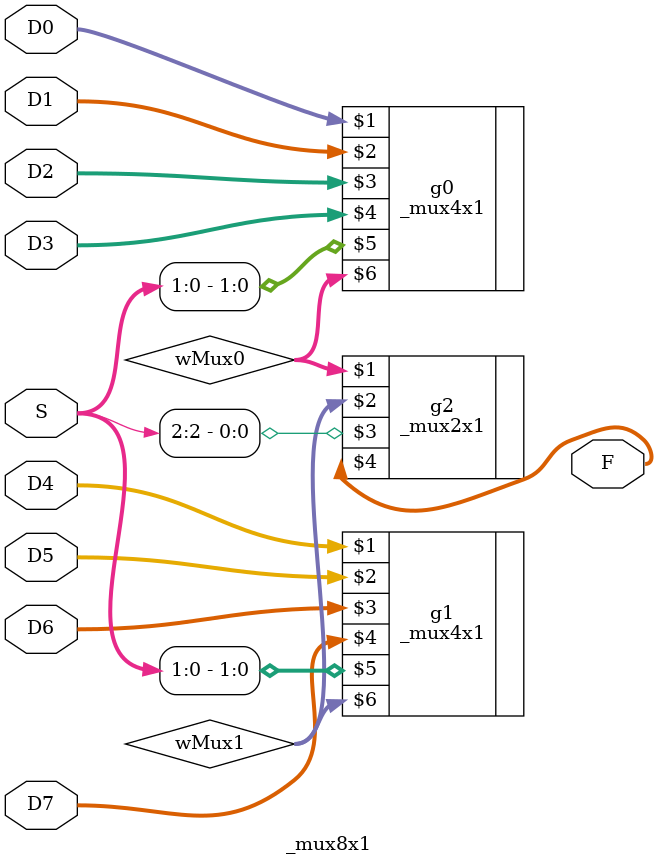
<source format=v>
module _mux8x1(
	input [31:0]D0,
	input [31:0]D1,
	input [31:0]D2,
	input [31:0]D3,
	input [31:0]D4,
	input [31:0]D5,
	input [31:0]D6,
	input [31:0]D7,
	input [2:0]S,
	output [31:0]F);
	
	
	
	wire [31:0]wMux0;
	wire [31:0]wMux1;
	
	_mux4x1 g0(D0,D1,D2,D3,S[1:0],wMux0);
	_mux4x1 g1(D4,D5,D6,D7,S[1:0],wMux1);
	_mux2x1 g2(wMux0,wMux1,S[2],F);
	
	endmodule
</source>
